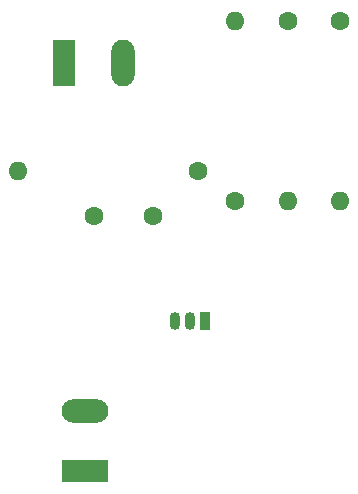
<source format=gbr>
G04 #@! TF.FileFunction,Copper,L2,Bot,Signal*
%FSLAX46Y46*%
G04 Gerber Fmt 4.6, Leading zero omitted, Abs format (unit mm)*
G04 Created by KiCad (PCBNEW 4.0.5) date 05/18/17 10:58:32*
%MOMM*%
%LPD*%
G01*
G04 APERTURE LIST*
%ADD10C,0.100000*%
%ADD11O,0.900000X1.500000*%
%ADD12R,0.900000X1.500000*%
%ADD13C,1.600000*%
%ADD14O,1.600000X1.600000*%
%ADD15R,3.960000X1.980000*%
%ADD16O,3.960000X1.980000*%
%ADD17R,1.980000X3.960000*%
%ADD18O,1.980000X3.960000*%
G04 APERTURE END LIST*
D10*
D11*
X78740000Y-102870000D03*
X77470000Y-102870000D03*
D12*
X80010000Y-102870000D03*
D13*
X91440000Y-77470000D03*
D14*
X91440000Y-92710000D03*
D15*
X69850000Y-115490000D03*
D16*
X69850000Y-110490000D03*
D13*
X86995000Y-77470000D03*
D14*
X86995000Y-92710000D03*
D13*
X70565000Y-93980000D03*
X75565000Y-93980000D03*
D17*
X68000000Y-81000000D03*
D18*
X73000000Y-81000000D03*
D13*
X79375000Y-90170000D03*
D14*
X64135000Y-90170000D03*
D13*
X82550000Y-92710000D03*
D14*
X82550000Y-77470000D03*
M02*

</source>
